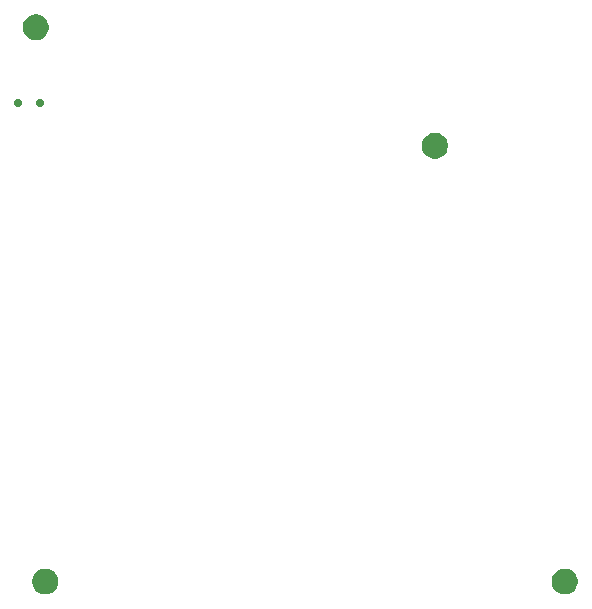
<source format=gbr>
%TF.GenerationSoftware,Altium Limited,Altium Designer,21.2.2 (38)*%
G04 Layer_Color=0*
%FSLAX45Y45*%
%MOMM*%
%TF.SameCoordinates,EE3A7C27-349B-46B6-A90B-2B7A9072729B*%
%TF.FilePolarity,Positive*%
%TF.FileFunction,NonPlated,1,4,NPTH,Drill*%
%TF.Part,Single*%
G01*
G75*
%TA.AperFunction,ComponentDrill*%
%ADD142C,0.72000*%
G36*
X221460Y4882114D02*
X210626D01*
X189374Y4886341D01*
X169356Y4894633D01*
X151339Y4906671D01*
X136018Y4921993D01*
X123979Y4940009D01*
X115687Y4960028D01*
X111460Y4981280D01*
Y4992114D01*
Y5002948D01*
X115687Y5024200D01*
X123979Y5044218D01*
X136018Y5062234D01*
X151339Y5077556D01*
X169356Y5089594D01*
X189374Y5097886D01*
X210626Y5102114D01*
X221460D01*
X232294D01*
X253546Y5097886D01*
X273565Y5089594D01*
X291581Y5077556D01*
X306903Y5062234D01*
X318941Y5044218D01*
X327233Y5024200D01*
X331460Y5002948D01*
Y4992114D01*
Y4981280D01*
X327233Y4960028D01*
X318941Y4940009D01*
X306903Y4921993D01*
X291581Y4906671D01*
X273565Y4894633D01*
X253546Y4886341D01*
X232294Y4882114D01*
X221460D01*
D01*
D02*
G37*
G36*
X3600000Y3880000D02*
X3589166D01*
X3567914Y3884227D01*
X3547895Y3892519D01*
X3529879Y3904557D01*
X3514557Y3919879D01*
X3502519Y3937895D01*
X3494227Y3957914D01*
X3490000Y3979166D01*
Y3990000D01*
Y4000834D01*
X3494227Y4022086D01*
X3502519Y4042104D01*
X3514557Y4060121D01*
X3529879Y4075442D01*
X3547895Y4087481D01*
X3567914Y4095773D01*
X3589166Y4100000D01*
X3600000D01*
X3610834D01*
X3632086Y4095773D01*
X3652104Y4087481D01*
X3670121Y4075442D01*
X3685442Y4060121D01*
X3697481Y4042104D01*
X3705773Y4022086D01*
X3710000Y4000834D01*
Y3990000D01*
Y3979166D01*
X3705773Y3957914D01*
X3697481Y3937895D01*
X3685442Y3919879D01*
X3670121Y3904557D01*
X3652104Y3892519D01*
X3632086Y3884227D01*
X3610834Y3880000D01*
X3600000D01*
D01*
D02*
G37*
G36*
X190000Y300000D02*
Y289166D01*
X194227Y267914D01*
X202519Y247895D01*
X214557Y229879D01*
X229879Y214557D01*
X247895Y202519D01*
X267914Y194227D01*
X289166Y190000D01*
X300000D01*
X310834D01*
X332086Y194227D01*
X352104Y202519D01*
X370121Y214557D01*
X385442Y229879D01*
X397481Y247895D01*
X405773Y267914D01*
X410000Y289166D01*
Y300000D01*
Y310834D01*
X405773Y332086D01*
X397481Y352104D01*
X385442Y370121D01*
X370121Y385442D01*
X352104Y397481D01*
X332086Y405773D01*
X310834Y410000D01*
X300000D01*
X289166D01*
X267914Y405773D01*
X247895Y397481D01*
X229879Y385442D01*
X214557Y370121D01*
X202519Y352104D01*
X194227Y332086D01*
X190000Y310834D01*
Y300000D01*
D01*
D02*
G37*
G36*
X4590000D02*
Y289166D01*
X4594227Y267914D01*
X4602519Y247895D01*
X4614557Y229879D01*
X4629879Y214557D01*
X4647895Y202519D01*
X4667914Y194227D01*
X4689166Y190000D01*
X4700000D01*
X4710834D01*
X4732086Y194227D01*
X4752105Y202519D01*
X4770121Y214557D01*
X4785443Y229879D01*
X4797481Y247895D01*
X4805773Y267914D01*
X4810000Y289166D01*
Y300000D01*
Y310834D01*
X4805773Y332086D01*
X4797481Y352104D01*
X4785443Y370121D01*
X4770121Y385442D01*
X4752105Y397481D01*
X4732086Y405773D01*
X4710834Y410000D01*
X4700000D01*
X4689166D01*
X4667914Y405773D01*
X4647895Y397481D01*
X4629879Y385442D01*
X4614557Y370121D01*
X4602519Y352104D01*
X4594227Y332086D01*
X4590000Y310834D01*
Y300000D01*
D01*
D02*
G37*
D142*
X252500Y4350000D02*
D03*
X72500D02*
D03*
%TF.MD5,8d1003820558d47c499be99da99d1710*%
M02*

</source>
